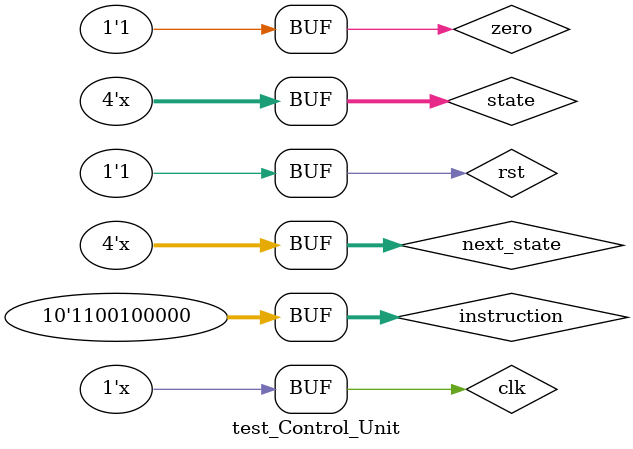
<source format=v>
module test_Control_Unit();

  parameter word_size = 10, op_size = 4, state_size = 4;
  parameter address_size = 8 , data_size=8;
  parameter src0_size = 2, src1_size = 2,dest_size = 2, Sel1_size = 3, Sel2_size = 3;
  // State Codes
 // parameter S_idle = 0, S_fet1 = 1, S_fet2 = 2, S_dec = 3;
 // parameter  S_ex1 = 4, S_rd1 = 5, S_rd2 = 6;  
 // parameter S_wr1 = 7, S_wr2 = 8, S_br1 = 9, S_br2 = 10, S_halt = 11, S_nop = 12;  
  // Opcodes
 // parameter ADD = 0, SUB = 1, AND = 2, OR = 3, NOT = 4;
  
 // parameter SIZ = 5'b01010;
 // parameter NOP = 5'b01011;
//  parameter OP_5 = 4'b0101;
//  parameter JUMP = 4'b011x, STORE = 4'b100x,LOAD = 4'b101x, SAVE = 4'b11xx;
  // Source and Destination Register Codes  
  // parameter R0 = 0, R1 = 1, R2 = 2, R3 = 3; 
 // See textbook for output, input, and reg declarations  

wire Load_R0, Load_R1,  Load_R2, Load_R3,  Load_PC,Inc_PC;
wire  [Sel1_size-1:0]Sel_Bus_1a_Mux,Sel_Bus_1b_Mux;
wire  [Sel2_size-1:0]Sel_Bus_2_Mux;
wire Load_IR, Load_Add_R, Load_Reg_Z,  write;
wire [address_size-1:0] address_decoded;
wire  [data_size-1:0] constant_decoded;
reg  [word_size-1:0]instruction;
reg  zero, clk, rst;

wire[state_size-1:0]state = unit1.state[state_size-1:0];
wire[state_size-1:0] next_state = unit1.next_state[state_size-1:0];
//reg Load_R0,Load_R1,Load_R2,Load_R3,Load_PC,Inc_PC;
//reg Load_IR,Load_Add_R;


Control_Unit unit1(Load_R0, Load_R1,  Load_R2, Load_R3,  Load_PC, 
Inc_PC, Sel_Bus_1a_Mux,Sel_Bus_1b_Mux, Sel_Bus_2_Mux, Load_IR, Load_Add_R, 
 Load_Reg_Z,  write, address_decoded, constant_decoded, instruction, zero, clk, rst);
	
initial
	begin
		clk = 0;
	end
always #5 clk = ~clk;
	
  initial 
  
  begin
 	rst = 1;zero =0; instruction[word_size-1:0] = 10'b0000000110;  //r2 = r1 + r0
	zero = 0 ; instruction[word_size-1:0] = 10'b0100001100;   //ro = ~r0
	#35
	zero = 0 ; instruction[word_size-1:0] = 10'b01010_10101;  //skip if zero = 1
	#35
	zero = 1 ; instruction[word_size-1:0] = 10'b01010_10101;  //skip if zero = 1
	#35
	zero = 1 ; instruction[word_size-1:0] = 10'b01011_10101;  //nop

	#35
	zero = 0 ; instruction[word_size-1:0] = 10'b011_0001111;   //jump to addr = 15
	#35
	zero = 1 ; instruction[word_size-1:0] = 10'b100_0000011; //store to address = 3
	#35
	zero = 1 ; instruction[word_size-1:0] = 10'b101_0000000;  //load from address = 7
	#35
	zero = 1 ; instruction[word_size-1:0] = 10'b11_0010_0000 ;  //save 32 to r0

  end
endmodule

</source>
